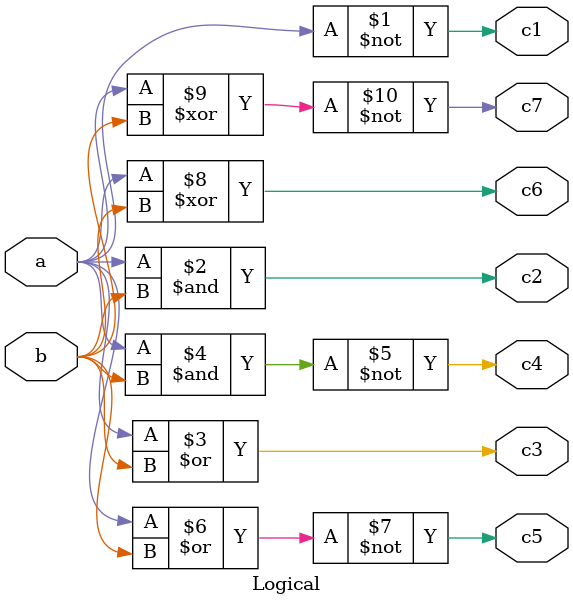
<source format=v>
module Logical(a, b, c1, c2, c3, c4, c5, c6, c7);
input a, b;
output c1, c2, c3, c4, c5, c6, c7;
assign c1 = ~a;
assign c2 = a & b;
assign c3 = a | b;
assign c4 = ~(a & b);
assign c5 = ~(a | b);
assign c6 = a ^ b;
assign c7 = ~(a ^ b);
endmodule
</source>
